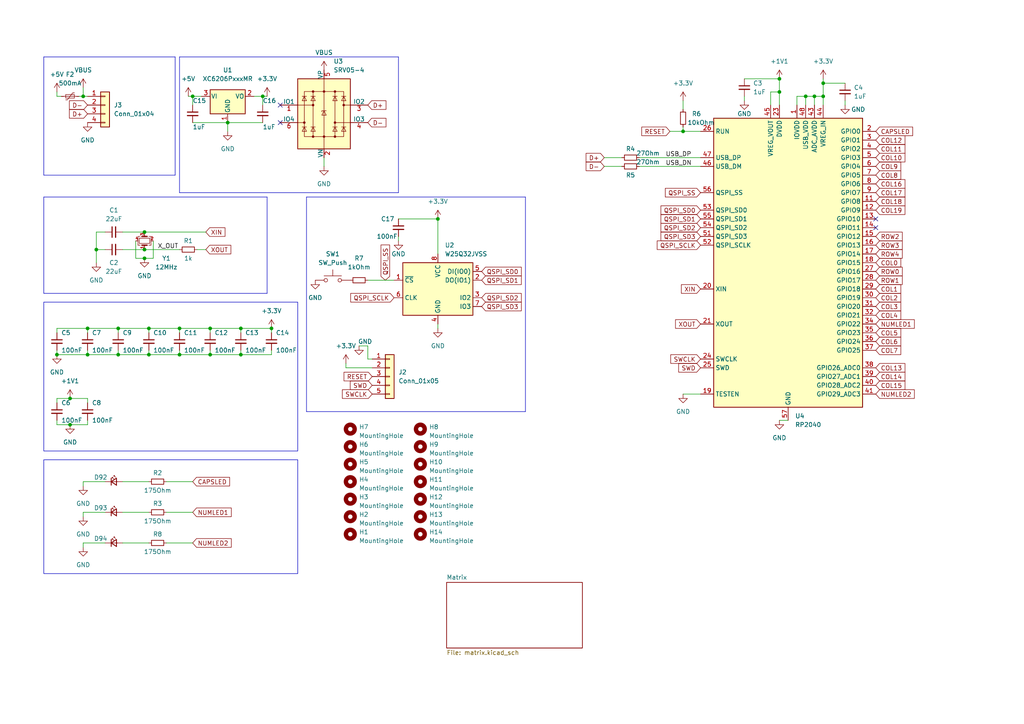
<source format=kicad_sch>
(kicad_sch (version 20230121) (generator eeschema)
  (paper "A4")
  (lib_symbols
    (symbol "Connector_Generic:Conn_01x04" (pin_names (offset 1.016) hide)
      (property "Reference" "J" (at 0 5.08 0))
      (property "Value" "Conn_01x04" (at 0 -7.62 0))
      (symbol "Conn_01x04_1_1"
        (rectangle (start -1.27 -4.953) (end 0 -5.207) (stroke (width 0.1524)))
        (rectangle (start -1.27 -2.413) (end 0 -2.667) (stroke (width 0.1524)))
        (rectangle (start -1.27 0.127) (end 0 -0.127) (stroke (width 0.1524)))
        (rectangle (start -1.27 2.667) (end 0 2.413) (stroke (width 0.1524)))
        (rectangle (start -1.27 3.81) (end 1.27 -6.35) (stroke (width 0.254)) (fill (type background)))
        (pin passive line (at -5.08 2.54 0) (length 3.81) (name "Pin_1") (number "1"))
        (pin passive line (at -5.08 0 0) (length 3.81) (name "Pin_2") (number "2"))
        (pin passive line (at -5.08 -2.54 0) (length 3.81) (name "Pin_3") (number "3"))
        (pin passive line (at -5.08 -5.08 0) (length 3.81) (name "Pin_4") (number "4"))
      )
    )
    (symbol "Connector_Generic:Conn_01x05" (pin_names (offset 1.016) hide)
      (property "Reference" "J" (at 0 7.62 0))
      (property "Value" "Conn_01x05" (at 0 -7.62 0))
      (symbol "Conn_01x05_1_1"
        (rectangle (start -1.27 -4.953) (end 0 -5.207) (stroke (width 0.1524)))
        (rectangle (start -1.27 -2.413) (end 0 -2.667) (stroke (width 0.1524)))
        (rectangle (start -1.27 0.127) (end 0 -0.127) (stroke (width 0.1524)))
        (rectangle (start -1.27 2.667) (end 0 2.413) (stroke (width 0.1524)))
        (rectangle (start -1.27 5.207) (end 0 4.953) (stroke (width 0.1524)))
        (rectangle (start -1.27 6.35) (end 1.27 -6.35) (stroke (width 0.254)) (fill (type background)))
        (pin passive line (at -5.08 5.08 0) (length 3.81) (name "Pin_1") (number "1"))
        (pin passive line (at -5.08 2.54 0) (length 3.81) (name "Pin_2") (number "2"))
        (pin passive line (at -5.08 0 0) (length 3.81) (name "Pin_3") (number "3"))
        (pin passive line (at -5.08 -2.54 0) (length 3.81) (name "Pin_4") (number "4"))
        (pin passive line (at -5.08 -5.08 0) (length 3.81) (name "Pin_5") (number "5"))
      )
    )
    (symbol "Device:C_Small" (pin_numbers hide) (pin_names (offset 0.254) hide)
      (property "Reference" "C" (at 0.254 1.778 0))
      (property "Value" "C_Small" (at 0.254 -2.032 0))
      (symbol "C_Small_0_1"
        (polyline (pts (xy -1.524 -0.508) (xy 1.524 -0.508)) (stroke (width 0.3302)))
        (polyline (pts (xy -1.524 0.508) (xy 1.524 0.508)) (stroke (width 0.3048)))
      )
      (symbol "C_Small_1_1"
        (pin passive line (at 0 2.54 270) (length 2.032) (name "~") (number "1"))
        (pin passive line (at 0 -2.54 90) (length 2.032) (name "~") (number "2"))
      )
    )
    (symbol "Device:Crystal_GND24_Small" (pin_names (offset 1.016) hide)
      (property "Reference" "Y" (at 1.27 4.445 0))
      (property "Value" "Crystal_GND24_Small" (at 1.27 2.54 0))
      (symbol "Crystal_GND24_Small_0_1"
        (rectangle (start -0.762 -1.524) (end 0.762 1.524))
        (polyline (pts (xy -1.27 -0.762) (xy -1.27 0.762)) (stroke (width 0.381)))
        (polyline (pts (xy 1.27 -0.762) (xy 1.27 0.762)) (stroke (width 0.381)))
        (polyline (pts (xy -1.27 -1.27) (xy -1.27 -1.905) (xy 1.27 -1.905) (xy 1.27 -1.27)))
        (polyline (pts (xy -1.27 1.27) (xy -1.27 1.905) (xy 1.27 1.905) (xy 1.27 1.27)))
      )
      (symbol "Crystal_GND24_Small_1_1"
        (pin passive line (at -2.54 0 0) (length 1.27) (name "1") (number "1"))
        (pin passive line (at 0 -2.54 90) (length 0.635) (name "2") (number "2"))
        (pin passive line (at 2.54 0 180) (length 1.27) (name "3") (number "3"))
        (pin passive line (at 0 2.54 270) (length 0.635) (name "4") (number "4"))
      )
    )
    (symbol "Device:Polyfuse_Small" (pin_numbers hide) (pin_names (offset 0))
      (property "Reference" "F" (at -1.905 0 90))
      (property "Value" "Polyfuse_Small" (at 1.905 0 90))
      (symbol "Polyfuse_Small_0_1"
        (rectangle (start -0.508 1.27) (end 0.508 -1.27))
        (polyline (pts (xy 0 2.54) (xy 0 -2.54)))
        (polyline (pts (xy -1.016 1.27) (xy -1.016 0.762) (xy 1.016 -0.762) (xy 1.016 -1.27)))
      )
      (symbol "Polyfuse_Small_1_1"
        (pin passive line (at 0 2.54 270) (length 0.635) (name "~") (number "1"))
        (pin passive line (at 0 -2.54 90) (length 0.635) (name "~") (number "2"))
      )
    )
    (symbol "Device:R_Small" (pin_numbers hide) (pin_names (offset 0.254) hide)
      (property "Reference" "R" (at 0.762 0.508 0))
      (property "Value" "R_Small" (at 0.762 -1.016 0))
      (symbol "R_Small_0_1"
        (rectangle (start -0.762 1.778) (end 0.762 -1.778) (stroke (width 0.2032)))
      )
      (symbol "R_Small_1_1"
        (pin passive line (at 0 2.54 270) (length 0.762) (name "~") (number "1"))
        (pin passive line (at 0 -2.54 90) (length 0.762) (name "~") (number "2"))
      )
    )
    (symbol "MCU_RaspberryPi:RP2040"
      (property "Reference" "U" (at 17.78 45.72 0))
      (property "Value" "RP2040" (at 17.78 43.18 0))
      (symbol "RP2040_0_1"
        (rectangle (start -21.59 41.91) (end 21.59 -41.91) (stroke (width 0.254)) (fill (type background)))
      )
      (symbol "RP2040_1_1"
        (pin power_in line (at 2.54 45.72 270) (length 3.81) (name "IOVDD") (number "1"))
        (pin passive line (at 2.54 45.72 270) (length 3.81) hide (name "IOVDD") (number "10"))
        (pin bidirectional line (at 25.4 17.78 180) (length 3.81) (name "GPIO8") (number "11"))
        (pin bidirectional line (at 25.4 15.24 180) (length 3.81) (name "GPIO9") (number "12"))
        (pin bidirectional line (at 25.4 12.7 180) (length 3.81) (name "GPIO10") (number "13"))
        (pin bidirectional line (at 25.4 10.16 180) (length 3.81) (name "GPIO11") (number "14"))
        (pin bidirectional line (at 25.4 7.62 180) (length 3.81) (name "GPIO12") (number "15"))
        (pin bidirectional line (at 25.4 5.08 180) (length 3.81) (name "GPIO13") (number "16"))
        (pin bidirectional line (at 25.4 2.54 180) (length 3.81) (name "GPIO14") (number "17"))
        (pin bidirectional line (at 25.4 0 180) (length 3.81) (name "GPIO15") (number "18"))
        (pin input line (at -25.4 -38.1 0) (length 3.81) (name "TESTEN") (number "19"))
        (pin bidirectional line (at 25.4 38.1 180) (length 3.81) (name "GPIO0") (number "2"))
        (pin input line (at -25.4 -7.62 0) (length 3.81) (name "XIN") (number "20"))
        (pin passive line (at -25.4 -17.78 0) (length 3.81) (name "XOUT") (number "21"))
        (pin passive line (at 2.54 45.72 270) (length 3.81) hide (name "IOVDD") (number "22"))
        (pin power_in line (at -2.54 45.72 270) (length 3.81) (name "DVDD") (number "23"))
        (pin output line (at -25.4 -27.94 0) (length 3.81) (name "SWCLK") (number "24"))
        (pin bidirectional line (at -25.4 -30.48 0) (length 3.81) (name "SWD") (number "25"))
        (pin input line (at -25.4 38.1 0) (length 3.81) (name "RUN") (number "26"))
        (pin bidirectional line (at 25.4 -2.54 180) (length 3.81) (name "GPIO16") (number "27"))
        (pin bidirectional line (at 25.4 -5.08 180) (length 3.81) (name "GPIO17") (number "28"))
        (pin bidirectional line (at 25.4 -7.62 180) (length 3.81) (name "GPIO18") (number "29"))
        (pin bidirectional line (at 25.4 35.56 180) (length 3.81) (name "GPIO1") (number "3"))
        (pin bidirectional line (at 25.4 -10.16 180) (length 3.81) (name "GPIO19") (number "30"))
        (pin bidirectional line (at 25.4 -12.7 180) (length 3.81) (name "GPIO20") (number "31"))
        (pin bidirectional line (at 25.4 -15.24 180) (length 3.81) (name "GPIO21") (number "32"))
        (pin passive line (at 2.54 45.72 270) (length 3.81) hide (name "IOVDD") (number "33"))
        (pin bidirectional line (at 25.4 -17.78 180) (length 3.81) (name "GPIO22") (number "34"))
        (pin bidirectional line (at 25.4 -20.32 180) (length 3.81) (name "GPIO23") (number "35"))
        (pin bidirectional line (at 25.4 -22.86 180) (length 3.81) (name "GPIO24") (number "36"))
        (pin bidirectional line (at 25.4 -25.4 180) (length 3.81) (name "GPIO25") (number "37"))
        (pin bidirectional line (at 25.4 -30.48 180) (length 3.81) (name "GPIO26_ADC0") (number "38"))
        (pin bidirectional line (at 25.4 -33.02 180) (length 3.81) (name "GPIO27_ADC1") (number "39"))
        (pin bidirectional line (at 25.4 33.02 180) (length 3.81) (name "GPIO2") (number "4"))
        (pin bidirectional line (at 25.4 -35.56 180) (length 3.81) (name "GPIO28_ADC2") (number "40"))
        (pin bidirectional line (at 25.4 -38.1 180) (length 3.81) (name "GPIO29_ADC3") (number "41"))
        (pin passive line (at 2.54 45.72 270) (length 3.81) hide (name "IOVDD") (number "42"))
        (pin power_in line (at 7.62 45.72 270) (length 3.81) (name "ADC_AVDD") (number "43"))
        (pin power_in line (at 10.16 45.72 270) (length 3.81) (name "VREG_IN") (number "44"))
        (pin power_out line (at -5.08 45.72 270) (length 3.81) (name "VREG_VOUT") (number "45"))
        (pin bidirectional line (at -25.4 27.94 0) (length 3.81) (name "USB_DM") (number "46"))
        (pin bidirectional line (at -25.4 30.48 0) (length 3.81) (name "USB_DP") (number "47"))
        (pin power_in line (at 5.08 45.72 270) (length 3.81) (name "USB_VDD") (number "48"))
        (pin passive line (at 2.54 45.72 270) (length 3.81) hide (name "IOVDD") (number "49"))
        (pin bidirectional line (at 25.4 30.48 180) (length 3.81) (name "GPIO3") (number "5"))
        (pin passive line (at -2.54 45.72 270) (length 3.81) hide (name "DVDD") (number "50"))
        (pin bidirectional line (at -25.4 7.62 0) (length 3.81) (name "QSPI_SD3") (number "51"))
        (pin output line (at -25.4 5.08 0) (length 3.81) (name "QSPI_SCLK") (number "52"))
        (pin bidirectional line (at -25.4 15.24 0) (length 3.81) (name "QSPI_SD0") (number "53"))
        (pin bidirectional line (at -25.4 10.16 0) (length 3.81) (name "QSPI_SD2") (number "54"))
        (pin bidirectional line (at -25.4 12.7 0) (length 3.81) (name "QSPI_SD1") (number "55"))
        (pin bidirectional line (at -25.4 20.32 0) (length 3.81) (name "QSPI_SS") (number "56"))
        (pin power_in line (at 0 -45.72 90) (length 3.81) (name "GND") (number "57"))
        (pin bidirectional line (at 25.4 27.94 180) (length 3.81) (name "GPIO4") (number "6"))
        (pin bidirectional line (at 25.4 25.4 180) (length 3.81) (name "GPIO5") (number "7"))
        (pin bidirectional line (at 25.4 22.86 180) (length 3.81) (name "GPIO6") (number "8"))
        (pin bidirectional line (at 25.4 20.32 180) (length 3.81) (name "GPIO7") (number "9"))
      )
    )
    (symbol "Mechanical:MountingHole" (pin_names (offset 1.016))
      (property "Reference" "H" (at 0 5.08 0))
      (property "Value" "MountingHole" (at 0 3.175 0))
      (symbol "MountingHole_0_1"
        (circle (center 0 0) (radius 1.27) (stroke (width 1.27)))
      )
    )
    (symbol "Memory_Flash:W25Q32JVSS"
      (property "Reference" "U" (at -8.89 8.89 0))
      (property "Value" "W25Q32JVSS" (at 7.62 8.89 0))
      (symbol "W25Q32JVSS_0_1"
        (rectangle (start -10.16 7.62) (end 10.16 -7.62) (stroke (width 0.254)) (fill (type background)))
      )
      (symbol "W25Q32JVSS_1_1"
        (pin input line (at -12.7 2.54 0) (length 2.54) (name "~{CS}") (number "1"))
        (pin bidirectional line (at 12.7 2.54 180) (length 2.54) (name "DO(IO1)") (number "2"))
        (pin bidirectional line (at 12.7 -2.54 180) (length 2.54) (name "IO2") (number "3"))
        (pin power_in line (at 0 -10.16 90) (length 2.54) (name "GND") (number "4"))
        (pin bidirectional line (at 12.7 5.08 180) (length 2.54) (name "DI(IO0)") (number "5"))
        (pin input line (at -12.7 -2.54 0) (length 2.54) (name "CLK") (number "6"))
        (pin bidirectional line (at 12.7 -5.08 180) (length 2.54) (name "IO3") (number "7"))
        (pin power_in line (at 0 10.16 270) (length 2.54) (name "VCC") (number "8"))
      )
    )
    (symbol "Personalised:EverlightSMD,1.3x3.2" (pin_numbers hide) (pin_names (offset 0.254) hide)
      (property "Reference" "D92" (at -3.81 1.27 0))
      (symbol "EverlightSMD,1.3x3.2_0_1"
        (polyline (pts (xy -0.762 -1.016) (xy -0.762 1.016)) (stroke (width 0.254)))
        (polyline (pts (xy 1.016 0) (xy -0.762 0)))
        (polyline (pts (xy 0.762 -1.016) (xy -0.762 0) (xy 0.762 1.016) (xy 0.762 -1.016)) (stroke (width 0.254)))
        (polyline (pts (xy 0 0.762) (xy -0.508 1.27) (xy -0.254 1.27) (xy -0.508 1.27) (xy -0.508 1.016)))
        (polyline (pts (xy 0.508 1.27) (xy 0 1.778) (xy 0.254 1.778) (xy 0 1.778) (xy 0 1.524)))
      )
      (symbol "EverlightSMD,1.3x3.2_1_1"
        (pin passive line (at 2.54 0 180) (length 1.778) (name "A") (number "1"))
        (pin passive line (at -2.54 0 0) (length 1.778) (name "K") (number "2"))
      )
    )
    (symbol "Regulator_Linear:XC6206PxxxMR" (pin_names (offset 0.254))
      (property "Reference" "U" (at -3.81 3.175 0))
      (property "Value" "XC6206PxxxMR" (at 0 3.175 0))
      (symbol "XC6206PxxxMR_0_1"
        (rectangle (start -5.08 1.905) (end 5.08 -5.08) (stroke (width 0.254)) (fill (type background)))
      )
      (symbol "XC6206PxxxMR_1_1"
        (pin power_in line (at 0 -7.62 90) (length 2.54) (name "GND") (number "1"))
        (pin power_out line (at 7.62 0 180) (length 2.54) (name "VO") (number "2"))
        (pin power_in line (at -7.62 0 0) (length 2.54) (name "VI") (number "3"))
      )
    )
    (symbol "Switch:SW_Push" (pin_numbers hide) (pin_names (offset 1.016) hide)
      (property "Reference" "SW" (at 1.27 2.54 0))
      (property "Value" "SW_Push" (at 0 -1.524 0))
      (symbol "SW_Push_0_1"
        (circle (center -2.032 0) (radius 0.508))
        (polyline (pts (xy 0 1.27) (xy 0 3.048)))
        (polyline (pts (xy 2.54 1.27) (xy -2.54 1.27)))
        (circle (center 2.032 0) (radius 0.508))
        (pin passive line (at -5.08 0 0) (length 2.54) (name "1") (number "1"))
        (pin passive line (at 5.08 0 180) (length 2.54) (name "2") (number "2"))
      )
    )
    (symbol "marbastlib-various:SRV05-4" (pin_names (offset 0))
      (property "Reference" "U" (at -5.08 11.43 0))
      (property "Value" "SRV05-4" (at 2.54 11.43 0))
      (symbol "SRV05-4_0_0"
        (rectangle (start -5.715 6.477) (end 5.715 -6.604))
        (polyline (pts (xy -3.175 -6.604) (xy -3.175 6.477)))
        (polyline (pts (xy 3.175 6.477) (xy 3.175 -6.604)))
      )
      (symbol "SRV05-4_0_1"
        (rectangle (start -7.62 10.16) (end 7.62 -10.16) (stroke (width 0.254)) (fill (type background)))
        (circle (center -5.715 -2.54) (radius 0.2794) (fill (type outline)))
        (circle (center -3.175 -6.604) (radius 0.2794) (fill (type outline)))
        (circle (center -3.175 2.54) (radius 0.2794) (fill (type outline)))
        (circle (center -3.175 6.477) (radius 0.2794) (fill (type outline)))
        (circle (center 0 -6.604) (radius 0.2794) (fill (type outline)))
        (polyline (pts (xy -7.747 2.54) (xy -3.175 2.54)))
        (polyline (pts (xy -7.62 -2.54) (xy -5.715 -2.54)))
        (polyline (pts (xy -5.08 -3.81) (xy -6.35 -3.81)))
        (polyline (pts (xy -5.08 5.08) (xy -6.35 5.08)))
        (polyline (pts (xy -2.54 -3.81) (xy -3.81 -3.81)))
        (polyline (pts (xy -2.54 5.08) (xy -3.81 5.08)))
        (polyline (pts (xy 0 10.16) (xy 0 -10.16)))
        (polyline (pts (xy 3.81 -3.81) (xy 2.54 -3.81)))
        (polyline (pts (xy 3.81 5.08) (xy 2.54 5.08)))
        (polyline (pts (xy 6.35 -3.81) (xy 5.08 -3.81)))
        (polyline (pts (xy 6.35 5.08) (xy 5.08 5.08)))
        (polyline (pts (xy 7.62 -2.54) (xy 3.175 -2.54)))
        (polyline (pts (xy 7.62 2.54) (xy 5.715 2.54)))
        (polyline (pts (xy 0.635 0.889) (xy -0.635 0.889) (xy -0.635 0.635)))
        (polyline (pts (xy -5.08 -5.08) (xy -6.35 -5.08) (xy -5.715 -3.81) (xy -5.08 -5.08)))
        (polyline (pts (xy -5.08 3.81) (xy -6.35 3.81) (xy -5.715 5.08) (xy -5.08 3.81)))
        (polyline (pts (xy -2.54 -5.08) (xy -3.81 -5.08) (xy -3.175 -3.81) (xy -2.54 -5.08)))
        (polyline (pts (xy -2.54 3.81) (xy -3.81 3.81) (xy -3.175 5.08) (xy -2.54 3.81)))
        (polyline (pts (xy 0.635 -0.381) (xy -0.635 -0.381) (xy 0 0.889) (xy 0.635 -0.381)))
        (polyline (pts (xy 3.81 -5.08) (xy 2.54 -5.08) (xy 3.175 -3.81) (xy 3.81 -5.08)))
        (polyline (pts (xy 3.81 3.81) (xy 2.54 3.81) (xy 3.175 5.08) (xy 3.81 3.81)))
        (polyline (pts (xy 6.35 -5.08) (xy 5.08 -5.08) (xy 5.715 -3.81) (xy 6.35 -5.08)))
        (polyline (pts (xy 6.35 3.81) (xy 5.08 3.81) (xy 5.715 5.08) (xy 6.35 3.81)))
        (circle (center 0 6.477) (radius 0.2794) (fill (type outline)))
        (circle (center 3.175 -6.604) (radius 0.2794) (fill (type outline)))
        (circle (center 3.175 -2.54) (radius 0.2794) (fill (type outline)))
        (circle (center 3.175 6.477) (radius 0.2794) (fill (type outline)))
        (circle (center 5.715 2.54) (radius 0.2794) (fill (type outline)))
      )
      (symbol "SRV05-4_1_1"
        (pin passive line (at -12.7 2.54 0) (length 5.08) (name "IO1") (number "1"))
        (pin passive line (at 0 -12.7 90) (length 2.54) (name "VN") (number "2"))
        (pin passive line (at 12.7 2.54 180) (length 5.08) (name "IO2") (number "3"))
        (pin passive line (at 12.7 -2.54 180) (length 5.08) (name "IO3") (number "4"))
        (pin passive line (at 0 12.7 270) (length 2.54) (name "VP") (number "5"))
        (pin passive line (at -12.7 -2.54 0) (length 5.08) (name "IO4") (number "6"))
      )
    )
    (symbol "power:+1V1" (power) (pin_names (offset 0))
      (property "Value" "+1V1" (at 0 3.556 0))
      (symbol "+1V1_0_1"
        (polyline (pts (xy -0.762 1.27) (xy 0 2.54)))
        (polyline (pts (xy 0 0) (xy 0 2.54)))
        (polyline (pts (xy 0 2.54) (xy 0.762 1.27)))
      )
      (symbol "+1V1_1_1"
        (pin power_in line (at 0 0 90) (length 0) hide (name "+1V1") (number "1"))
      )
    )
    (symbol "power:+3.3V" (power) (pin_names (offset 0))
      (property "Value" "+3.3V" (at 0 3.556 0))
      (symbol "+3.3V_0_1"
        (polyline (pts (xy -0.762 1.27) (xy 0 2.54)))
        (polyline (pts (xy 0 0) (xy 0 2.54)))
        (polyline (pts (xy 0 2.54) (xy 0.762 1.27)))
      )
      (symbol "+3.3V_1_1"
        (pin power_in line (at 0 0 90) (length 0) hide (name "+3.3V") (number "1"))
      )
    )
    (symbol "power:+5V" (power) (pin_names (offset 0))
      (property "Value" "+5V" (at 0 3.556 0))
      (symbol "+5V_0_1"
        (polyline (pts (xy -0.762 1.27) (xy 0 2.54)))
        (polyline (pts (xy 0 0) (xy 0 2.54)))
        (polyline (pts (xy 0 2.54) (xy 0.762 1.27)))
      )
      (symbol "+5V_1_1"
        (pin power_in line (at 0 0 90) (length 0) hide (name "+5V") (number "1"))
      )
    )
    (symbol "power:GND" (power) (pin_names (offset 0))
      (property "Value" "GND" (at 0 -3.81 0))
      (symbol "GND_0_1"
        (polyline (pts (xy 0 0) (xy 0 -1.27) (xy 1.27 -1.27) (xy 0 -2.54) (xy -1.27 -1.27) (xy 0 -1.27)))
      )
      (symbol "GND_1_1"
        (pin power_in line (at 0 0 270) (length 0) hide (name "GND") (number "1"))
      )
    )
    (symbol "power:VBUS" (power) (pin_names (offset 0))
      (property "Value" "VBUS" (at 0 3.81 0))
      (symbol "VBUS_0_1"
        (polyline (pts (xy -0.762 1.27) (xy 0 2.54)))
        (polyline (pts (xy 0 0) (xy 0 2.54)))
        (polyline (pts (xy 0 2.54) (xy 0.762 1.27)))
      )
      (symbol "VBUS_1_1"
        (pin power_in line (at 0 0 90) (length 0) hide (name "VBUS") (number "1"))
      )
    )
  )
  (junction (at 41.91 67.31))
  (junction (at 233.68 27.94))
  (junction (at 69.85 95.25))
  (junction (at 236.22 27.94))
  (junction (at 20.32 123.19))
  (junction (at 69.85 102.87))
  (junction (at 34.29 95.25))
  (junction (at 43.18 102.87))
  (junction (at 16.51 102.87))
  (junction (at 127 63.5))
  (junction (at 27.94 72.39))
  (junction (at 43.18 95.25))
  (junction (at 78.74 95.25))
  (junction (at 226.06 22.86))
  (junction (at 41.91 72.39))
  (junction (at 52.07 102.87))
  (junction (at 41.91 74.93))
  (junction (at 60.96 95.25))
  (junction (at 198.12 38.1))
  (junction (at 34.29 102.87))
  (junction (at 226.06 26.67))
  (junction (at 25.4 95.25))
  (junction (at 76.2 27.94))
  (junction (at 60.96 102.87))
  (junction (at 66.04 35.56))
  (junction (at 52.07 95.25))
  (junction (at 25.4 102.87))
  (junction (at 24.13 27.94))
  (junction (at 55.88 27.94))
  (junction (at 238.76 24.13))
  (junction (at 238.76 27.94))
  (junction (at 20.32 115.57))
  (no_connect (at 254 66.04))
  (no_connect (at 254 63.5))
  (no_connect (at 81.28 35.56))
  (no_connect (at 81.28 30.48))
  (wire (pts (xy 60.96 101.6) (xy 60.96 102.87)))
  (polyline (pts (xy 50.8 16.51) (xy 12.7 16.51)))
  (wire (pts (xy 78.74 102.87) (xy 78.74 101.6)))
  (wire (pts (xy 16.51 102.87) (xy 25.4 102.87)))
  (wire (pts (xy 55.88 27.94) (xy 55.88 30.48)))
  (wire (pts (xy 127 63.5) (xy 127 73.66)))
  (wire (pts (xy 185.42 45.72) (xy 203.2 45.72)))
  (wire (pts (xy 226.06 22.86) (xy 226.06 26.67)))
  (wire (pts (xy 44.45 74.93) (xy 41.91 74.93)))
  (wire (pts (xy 25.4 95.25) (xy 34.29 95.25)))
  (wire (pts (xy 238.76 27.94) (xy 236.22 27.94)))
  (wire (pts (xy 127 93.98) (xy 127 95.25)))
  (wire (pts (xy 25.4 123.19) (xy 25.4 121.92)))
  (wire (pts (xy 41.91 72.39) (xy 52.07 72.39)))
  (wire (pts (xy 245.11 24.13) (xy 238.76 24.13)))
  (wire (pts (xy 194.31 38.1) (xy 198.12 38.1)))
  (wire (pts (xy 35.56 67.31) (xy 41.91 67.31)))
  (wire (pts (xy 24.13 158.75) (xy 24.13 157.48)))
  (wire (pts (xy 27.94 72.39) (xy 30.48 72.39)))
  (wire (pts (xy 44.45 69.85) (xy 44.45 74.93)))
  (polyline (pts (xy 88.9 119.38) (xy 152.4 119.38)))
  (wire (pts (xy 54.61 27.94) (xy 55.88 27.94)))
  (wire (pts (xy 16.51 115.57) (xy 16.51 116.84)))
  (wire (pts (xy 60.96 95.25) (xy 69.85 95.25)))
  (wire (pts (xy 60.96 95.25) (xy 60.96 96.52)))
  (wire (pts (xy 16.51 102.87) (xy 16.51 101.6)))
  (wire (pts (xy 25.4 115.57) (xy 25.4 116.84)))
  (wire (pts (xy 20.32 115.57) (xy 25.4 115.57)))
  (wire (pts (xy 106.68 100.33) (xy 104.14 100.33)))
  (wire (pts (xy 233.68 27.94) (xy 233.68 30.48)))
  (wire (pts (xy 106.68 81.28) (xy 114.3 81.28)))
  (polyline (pts (xy 50.8 50.8) (xy 50.8 16.51)))
  (wire (pts (xy 43.18 95.25) (xy 52.07 95.25)))
  (wire (pts (xy 215.9 22.86) (xy 226.06 22.86)))
  (wire (pts (xy 215.9 27.94) (xy 215.9 29.21)))
  (wire (pts (xy 34.29 102.87) (xy 34.29 101.6)))
  (wire (pts (xy 115.57 63.5) (xy 127 63.5)))
  (wire (pts (xy 16.51 95.25) (xy 16.51 96.52)))
  (wire (pts (xy 69.85 102.87) (xy 69.85 101.6)))
  (wire (pts (xy 48.26 157.48) (xy 55.88 157.48)))
  (wire (pts (xy 106.68 104.14) (xy 107.95 104.14)))
  (wire (pts (xy 236.22 27.94) (xy 233.68 27.94)))
  (wire (pts (xy 185.42 48.26) (xy 203.2 48.26)))
  (wire (pts (xy 107.95 106.68) (xy 100.33 106.68)))
  (polyline (pts (xy 12.7 85.09) (xy 77.47 85.09)))
  (wire (pts (xy 76.2 27.94) (xy 77.47 27.94)))
  (polyline (pts (xy 115.57 16.51) (xy 115.57 55.88)))
  (wire (pts (xy 175.26 45.72) (xy 180.34 45.72)))
  (wire (pts (xy 39.37 74.93) (xy 41.91 74.93)))
  (wire (pts (xy 27.94 67.31) (xy 27.94 72.39)))
  (wire (pts (xy 73.66 27.94) (xy 76.2 27.94)))
  (wire (pts (xy 52.07 102.87) (xy 60.96 102.87)))
  (polyline (pts (xy 77.47 57.15) (xy 12.7 57.15)))
  (wire (pts (xy 20.32 115.57) (xy 16.51 115.57)))
  (polyline (pts (xy 88.9 57.15) (xy 88.9 119.38)))
  (wire (pts (xy 226.06 121.92) (xy 228.6 121.92)))
  (wire (pts (xy 93.98 45.72) (xy 93.98 48.26)))
  (wire (pts (xy 57.15 72.39) (xy 59.69 72.39)))
  (polyline (pts (xy 12.7 50.8) (xy 50.8 50.8)))
  (wire (pts (xy 66.04 35.56) (xy 76.2 35.56)))
  (wire (pts (xy 78.74 95.25) (xy 78.74 96.52)))
  (wire (pts (xy 24.13 140.97) (xy 24.13 139.7)))
  (wire (pts (xy 24.13 149.86) (xy 24.13 148.59)))
  (wire (pts (xy 20.32 123.19) (xy 25.4 123.19)))
  (wire (pts (xy 245.11 29.21) (xy 245.11 30.48)))
  (wire (pts (xy 35.56 139.7) (xy 43.18 139.7)))
  (wire (pts (xy 66.04 35.56) (xy 66.04 38.1)))
  (wire (pts (xy 100.33 106.68) (xy 100.33 105.41)))
  (wire (pts (xy 231.14 30.48) (xy 231.14 27.94)))
  (wire (pts (xy 34.29 102.87) (xy 43.18 102.87)))
  (wire (pts (xy 34.29 95.25) (xy 43.18 95.25)))
  (wire (pts (xy 43.18 102.87) (xy 43.18 101.6)))
  (wire (pts (xy 115.57 69.85) (xy 115.57 68.58)))
  (wire (pts (xy 226.06 26.67) (xy 226.06 30.48)))
  (wire (pts (xy 238.76 30.48) (xy 238.76 27.94)))
  (wire (pts (xy 16.51 27.94) (xy 17.78 27.94)))
  (polyline (pts (xy 88.9 57.15) (xy 152.4 57.15)))
  (polyline (pts (xy 77.47 57.15) (xy 77.47 85.09)))
  (wire (pts (xy 52.07 95.25) (xy 52.07 96.52)))
  (wire (pts (xy 24.13 25.4) (xy 24.13 27.94)))
  (polyline (pts (xy 12.7 57.15) (xy 12.7 85.09)))
  (wire (pts (xy 25.4 102.87) (xy 34.29 102.87)))
  (wire (pts (xy 238.76 24.13) (xy 238.76 27.94)))
  (wire (pts (xy 27.94 67.31) (xy 30.48 67.31)))
  (wire (pts (xy 27.94 72.39) (xy 27.94 76.2)))
  (wire (pts (xy 25.4 95.25) (xy 25.4 96.52)))
  (wire (pts (xy 76.2 27.94) (xy 76.2 30.48)))
  (wire (pts (xy 223.52 30.48) (xy 223.52 26.67)))
  (wire (pts (xy 69.85 95.25) (xy 78.74 95.25)))
  (wire (pts (xy 55.88 35.56) (xy 66.04 35.56)))
  (wire (pts (xy 69.85 95.25) (xy 69.85 96.52)))
  (wire (pts (xy 34.29 95.25) (xy 34.29 96.52)))
  (wire (pts (xy 16.51 26.67) (xy 16.51 27.94)))
  (wire (pts (xy 198.12 29.21) (xy 198.12 31.75)))
  (wire (pts (xy 25.4 27.94) (xy 24.13 27.94)))
  (wire (pts (xy 231.14 27.94) (xy 233.68 27.94)))
  (wire (pts (xy 16.51 95.25) (xy 25.4 95.25)))
  (wire (pts (xy 35.56 148.59) (xy 43.18 148.59)))
  (wire (pts (xy 52.07 101.6) (xy 52.07 102.87)))
  (wire (pts (xy 198.12 36.83) (xy 198.12 38.1)))
  (wire (pts (xy 16.51 123.19) (xy 20.32 123.19)))
  (wire (pts (xy 175.26 48.26) (xy 180.34 48.26)))
  (wire (pts (xy 60.96 102.87) (xy 69.85 102.87)))
  (wire (pts (xy 198.12 38.1) (xy 203.2 38.1)))
  (wire (pts (xy 24.13 157.48) (xy 30.48 157.48)))
  (wire (pts (xy 16.51 121.92) (xy 16.51 123.19)))
  (wire (pts (xy 24.13 148.59) (xy 30.48 148.59)))
  (wire (pts (xy 24.13 139.7) (xy 30.48 139.7)))
  (wire (pts (xy 52.07 95.25) (xy 60.96 95.25)))
  (wire (pts (xy 43.18 95.25) (xy 43.18 96.52)))
  (wire (pts (xy 48.26 139.7) (xy 55.88 139.7)))
  (polyline (pts (xy 52.07 16.51) (xy 52.07 55.88)))
  (wire (pts (xy 24.13 27.94) (xy 22.86 27.94)))
  (wire (pts (xy 35.56 157.48) (xy 43.18 157.48)))
  (wire (pts (xy 35.56 72.39) (xy 41.91 72.39)))
  (wire (pts (xy 55.88 27.94) (xy 58.42 27.94)))
  (wire (pts (xy 106.68 100.33) (xy 106.68 104.14)))
  (wire (pts (xy 238.76 24.13) (xy 238.76 22.86)))
  (polyline (pts (xy 152.4 119.38) (xy 152.4 57.15)))
  (wire (pts (xy 236.22 30.48) (xy 236.22 27.94)))
  (wire (pts (xy 198.12 114.3) (xy 203.2 114.3)))
  (wire (pts (xy 39.37 69.85) (xy 39.37 74.93)))
  (polyline (pts (xy 12.7 16.51) (xy 12.7 50.8)))
  (wire (pts (xy 223.52 26.67) (xy 226.06 26.67)))
  (wire (pts (xy 69.85 102.87) (xy 78.74 102.87)))
  (wire (pts (xy 25.4 101.6) (xy 25.4 102.87)))
  (polyline (pts (xy 52.07 16.51) (xy 115.57 16.51)))
  (wire (pts (xy 41.91 67.31) (xy 59.69 67.31)))
  (wire (pts (xy 48.26 148.59) (xy 55.88 148.59)))
  (polyline (pts (xy 115.57 55.88) (xy 52.07 55.88)))
  (wire (pts (xy 43.18 102.87) (xy 52.07 102.87)))
  (rectangle (start 12.7 87.63) (end 86.36 130.81))
  (rectangle (start 12.7 133.35) (end 86.36 166.37))
  (label "USB_DP" (at 193.04 45.72 0))
  (label "USB_DN" (at 193.04 48.26 0))
  (label "X_OUT" (at 45.72 72.39 0))
  (global_label "COL10" (shape input) (at 254 45.72 0) (property "Intersheetrefs" "${INTERSHEET_REFS}" (effects hide)))
  (global_label "COL4" (shape input) (at 254 91.44 0) (property "Intersheetrefs" "${INTERSHEET_REFS}" (effects hide)))
  (global_label "ROW2" (shape input) (at 254 68.58 0) (property "Intersheetrefs" "${INTERSHEET_REFS}" (effects hide)))
  (global_label "QSPI_SS" (shape input) (at 203.2 55.88 180) (property "Intersheetrefs" "${INTERSHEET_REFS}" (effects hide)))
  (global_label "QSPI_SD0" (shape input) (at 203.2 60.96 180) (property "Intersheetrefs" "${INTERSHEET_REFS}" (effects hide)))
  (global_label "QSPI_SD1" (shape input) (at 203.2 63.5 180) (property "Intersheetrefs" "${INTERSHEET_REFS}" (effects hide)))
  (global_label "QSPI_SD3" (shape input) (at 203.2 68.58 180) (property "Intersheetrefs" "${INTERSHEET_REFS}" (effects hide)))
  (global_label "CAPSLED" (shape input) (at 254 38.1 0) (property "Intersheetrefs" "${INTERSHEET_REFS}" (effects hide)))
  (global_label "NUMLED1" (shape input) (at 254 93.98 0) (property "Intersheetrefs" "${INTERSHEET_REFS}" (effects hide)))
  (global_label "COL18" (shape input) (at 254 58.42 0) (property "Intersheetrefs" "${INTERSHEET_REFS}" (effects hide)))
  (global_label "COL5" (shape input) (at 254 96.52 0) (property "Intersheetrefs" "${INTERSHEET_REFS}" (effects hide)))
  (global_label "XIN" (shape input) (at 59.69 67.31 0) (property "Intersheetrefs" "${INTERSHEET_REFS}" (effects hide)))
  (global_label "COL2" (shape input) (at 254 86.36 0) (property "Intersheetrefs" "${INTERSHEET_REFS}" (effects hide)))
  (global_label "COL17" (shape input) (at 254 55.88 0) (property "Intersheetrefs" "${INTERSHEET_REFS}" (effects hide)))
  (global_label "QSPI_SD3" (shape input) (at 139.7 88.9 0) (property "Intersheetrefs" "${INTERSHEET_REFS}" (effects hide)))
  (global_label "ROW3" (shape input) (at 254 71.12 0) (property "Intersheetrefs" "${INTERSHEET_REFS}" (effects hide)))
  (global_label "ROW1" (shape input) (at 254 81.28 0) (property "Intersheetrefs" "${INTERSHEET_REFS}" (effects hide)))
  (global_label "D-" (shape input) (at 175.26 48.26 180) (property "Intersheetrefs" "${INTERSHEET_REFS}" (effects hide)))
  (global_label "XIN" (shape input) (at 203.2 83.82 180) (property "Intersheetrefs" "${INTERSHEET_REFS}" (effects hide)))
  (global_label "D+" (shape input) (at 175.26 45.72 180) (property "Intersheetrefs" "${INTERSHEET_REFS}" (effects hide)))
  (global_label "COL14" (shape input) (at 254 109.22 0) (property "Intersheetrefs" "${INTERSHEET_REFS}" (effects hide)))
  (global_label "COL19" (shape input) (at 254 60.96 0) (property "Intersheetrefs" "${INTERSHEET_REFS}" (effects hide)))
  (global_label "D+" (shape input) (at 106.68 30.48 0) (property "Intersheetrefs" "${INTERSHEET_REFS}" (effects hide)))
  (global_label "ROW0" (shape input) (at 254 78.74 0) (property "Intersheetrefs" "${INTERSHEET_REFS}" (effects hide)))
  (global_label "SWD" (shape input) (at 107.95 111.76 180) (property "Intersheetrefs" "${INTERSHEET_REFS}" (effects hide)))
  (global_label "COL3" (shape input) (at 254 88.9 0) (property "Intersheetrefs" "${INTERSHEET_REFS}" (effects hide)))
  (global_label "COL7" (shape input) (at 254 101.6 0) (property "Intersheetrefs" "${INTERSHEET_REFS}" (effects hide)))
  (global_label "QSPI_SD2" (shape input) (at 139.7 86.36 0) (property "Intersheetrefs" "${INTERSHEET_REFS}" (effects hide)))
  (global_label "RESET" (shape input) (at 107.95 109.22 180) (property "Intersheetrefs" "${INTERSHEET_REFS}" (effects hide)))
  (global_label "COL13" (shape input) (at 254 106.68 0) (property "Intersheetrefs" "${INTERSHEET_REFS}" (effects hide)))
  (global_label "SWD" (shape input) (at 203.2 106.68 180) (property "Intersheetrefs" "${INTERSHEET_REFS}" (effects hide)))
  (global_label "COL9" (shape input) (at 254 48.26 0) (property "Intersheetrefs" "${INTERSHEET_REFS}" (effects hide)))
  (global_label "QSPI_SCLK" (shape input) (at 114.3 86.36 180) (property "Intersheetrefs" "${INTERSHEET_REFS}" (effects hide)))
  (global_label "XOUT" (shape input) (at 59.69 72.39 0) (property "Intersheetrefs" "${INTERSHEET_REFS}" (effects hide)))
  (global_label "D-" (shape input) (at 25.4 30.48 180) (property "Intersheetrefs" "${INTERSHEET_REFS}" (effects hide)))
  (global_label "COL1" (shape input) (at 254 83.82 0) (property "Intersheetrefs" "${INTERSHEET_REFS}" (effects hide)))
  (global_label "D-" (shape input) (at 106.68 35.56 0) (property "Intersheetrefs" "${INTERSHEET_REFS}" (effects hide)))
  (global_label "COL15" (shape input) (at 254 111.76 0) (property "Intersheetrefs" "${INTERSHEET_REFS}" (effects hide)))
  (global_label "QSPI_SD0" (shape input) (at 139.7 78.74 0) (property "Intersheetrefs" "${INTERSHEET_REFS}" (effects hide)))
  (global_label "COL11" (shape input) (at 254 43.18 0) (property "Intersheetrefs" "${INTERSHEET_REFS}" (effects hide)))
  (global_label "SWCLK" (shape input) (at 107.95 114.3 180) (property "Intersheetrefs" "${INTERSHEET_REFS}" (effects hide)))
  (global_label "QSPI_SD1" (shape input) (at 139.7 81.28 0) (property "Intersheetrefs" "${INTERSHEET_REFS}" (effects hide)))
  (global_label "COL12" (shape input) (at 254 40.64 0) (property "Intersheetrefs" "${INTERSHEET_REFS}" (effects hide)))
  (global_label "COL8" (shape input) (at 254 50.8 0) (property "Intersheetrefs" "${INTERSHEET_REFS}" (effects hide)))
  (global_label "COL16" (shape input) (at 254 53.34 0) (property "Intersheetrefs" "${INTERSHEET_REFS}" (effects hide)))
  (global_label "QSPI_SCLK" (shape input) (at 203.2 71.12 180) (property "Intersheetrefs" "${INTERSHEET_REFS}" (effects hide)))
  (global_label "NUMLED2" (shape input) (at 254 114.3 0) (property "Intersheetrefs" "${INTERSHEET_REFS}" (effects hide)))
  (global_label "COL0" (shape input) (at 254 76.2 0) (property "Intersheetrefs" "${INTERSHEET_REFS}" (effects hide)))
  (global_label "COL6" (shape input) (at 254 99.06 0) (property "Intersheetrefs" "${INTERSHEET_REFS}" (effects hide)))
  (global_label "NUMLED1" (shape input) (at 55.88 148.59 0) (property "Intersheetrefs" "${INTERSHEET_REFS}" (effects hide)))
  (global_label "RESET" (shape input) (at 194.31 38.1 180) (property "Intersheetrefs" "${INTERSHEET_REFS}" (effects hide)))
  (global_label "QSPI_SS" (shape input) (at 111.76 81.28 90) (property "Intersheetrefs" "${INTERSHEET_REFS}" (effects hide)))
  (global_label "CAPSLED" (shape input) (at 55.88 139.7 0) (property "Intersheetrefs" "${INTERSHEET_REFS}" (effects hide)))
  (global_label "QSPI_SD2" (shape input) (at 203.2 66.04 180) (property "Intersheetrefs" "${INTERSHEET_REFS}" (effects hide)))
  (global_label "D+" (shape input) (at 25.4 33.02 180) (property "Intersheetrefs" "${INTERSHEET_REFS}" (effects hide)))
  (global_label "SWCLK" (shape input) (at 203.2 104.14 180) (property "Intersheetrefs" "${INTERSHEET_REFS}" (effects hide)))
  (global_label "NUMLED2" (shape input) (at 55.88 157.48 0) (property "Intersheetrefs" "${INTERSHEET_REFS}" (effects hide)))
  (global_label "ROW4" (shape input) (at 254 73.66 0) (property "Intersheetrefs" "${INTERSHEET_REFS}" (effects hide)))
  (global_label "XOUT" (shape input) (at 203.2 93.98 180) (property "Intersheetrefs" "${INTERSHEET_REFS}" (effects hide)))
  (symbol (lib_id "Device:C_Small") (at 69.85 99.06 0) (unit 1)
    (property "Reference" "C13" (at 71.12 96.5199 0) (effects (justify left)))
    (property "Value" "100nF" (at 71.12 101.5999 0) (effects (justify left)))
    (property "Footprint" "Capacitor_SMD:C_0402_1005Metric" (effects hide))
    (property "LCSC" "C1525" (effects hide))
  )
  (symbol (lib_id "Device:C_Small") (at 34.29 99.06 0) (unit 1)
    (property "Reference" "C9" (at 35.56 96.5199 0) (effects (justify left)))
    (property "Value" "100nF" (at 35.56 101.5999 0) (effects (justify left)))
    (property "Footprint" "Capacitor_SMD:C_0402_1005Metric" (effects hide))
    (property "LCSC" "C1525" (effects hide))
  )
  (symbol (lib_id "Switch:SW_Push") (at 96.52 81.28 0) (unit 1)
    (property "Reference" "SW1" (at 96.52 73.66 0))
    (property "Value" "SW_Push" (at 96.52 76.2 0))
    (property "Footprint" "Button_Switch_SMD:SW_SPST_TL3342" (effects hide))
  )
  (symbol (lib_id "Device:C_Small") (at 115.57 66.04 0) (unit 1)
    (property "Reference" "C17" (at 110.49 63.5 0) (effects (justify left)))
    (property "Value" "100nF" (at 109.22 68.58 0) (effects (justify left)))
    (property "Footprint" "Capacitor_SMD:C_0402_1005Metric" (effects hide))
    (property "LCSC" "C1525" (effects hide))
  )
  (symbol (lib_id "MCU_RaspberryPi:RP2040") (at 228.6 76.2 0) (unit 1)
    (property "Reference" "U4" (at 230.6194 120.65 0) (effects (justify left)))
    (property "Value" "RP2040" (at 230.6194 123.19 0) (effects (justify left)))
    (property "Footprint" "Sleep-lib:RP2040-QFN-56" (effects hide))
    (property "Datasheet" "https://datasheets.raspberrypi.com/rp2040/rp2040-datasheet.pdf" (effects hide))
  )
  (symbol (lib_id "Connector_Generic:Conn_01x04") (at 30.48 30.48 0) (unit 1)
    (property "Reference" "J3" (at 33.02 30.4799 0) (effects (justify left)))
    (property "Value" "Conn_01x04" (at 33.02 33.0199 0) (effects (justify left)))
    (property "Footprint" "Connector_Molex:Molex_Pico-EZmate_78171-0004_1x04-1MP_P1.20mm_Vertical" (effects hide))
  )
  (symbol (lib_id "marbastlib-various:SRV05-4") (at 93.98 33.02 0) (unit 1)
    (property "Reference" "U3" (at 96.7487 17.78 0) (effects (justify left)))
    (property "Value" "SRV05-4" (at 96.7487 20.32 0) (effects (justify left)))
    (property "Footprint" "marbastlib-various:SOT-23-6-routable" (effects hide))
    (property "Datasheet" "http://www.onsemi.com/pub/Collateral/SRV05-4-D.PDF" (effects hide))
  )
  (symbol (lib_id "Device:C_Small") (at 245.11 26.67 0) (unit 1)
    (property "Reference" "C4" (at 247.65 25.4062 0) (effects (justify left)))
    (property "Value" "1uF" (at 247.65 27.9462 0) (effects (justify left)))
    (property "Footprint" "Capacitor_SMD:C_0402_1005Metric" (effects hide))
  )
  (symbol (lib_id "Mechanical:MountingHole") (at 121.92 139.7 0) (unit 1)
    (property "Reference" "H11" (at 124.46 139.065 0) (effects (justify left)))
    (property "Value" "MountingHole" (at 124.46 141.605 0) (effects (justify left)))
    (property "Footprint" "Personalised:Tadpole Pin" (effects hide))
  )
  (symbol (lib_id "Device:C_Small") (at 33.02 72.39 90) (unit 1)
    (property "Reference" "C2" (at 33.02 76.2 90))
    (property "Value" "22uF" (at 33.02 78.74 90))
    (property "Footprint" "Capacitor_SMD:C_0402_1005Metric" (effects hide))
  )
  (symbol (lib_id "power:GND") (at 24.13 140.97 0) (unit 1)
    (property "Reference" "#PWR01" (effects hide))
    (property "Value" "GND" (at 24.13 146.05 0))
  )
  (symbol (lib_id "Device:R_Small") (at 45.72 139.7 90) (unit 1)
    (property "Reference" "R2" (at 45.72 137.16 90))
    (property "Value" "175Ohm" (at 45.72 142.24 90))
    (property "Footprint" "Resistor_SMD:R_0402_1005Metric" (effects hide))
  )
  (symbol (lib_id "Device:R_Small") (at 45.72 157.48 90) (unit 1)
    (property "Reference" "R8" (at 45.72 154.94 90))
    (property "Value" "175Ohm" (at 45.72 160.02 90))
    (property "Footprint" "Resistor_SMD:R_0402_1005Metric" (effects hide))
  )
  (symbol (lib_id "Device:C_Small") (at 52.07 99.06 0) (unit 1)
    (property "Reference" "C11" (at 53.34 96.5199 0) (effects (justify left)))
    (property "Value" "100nF" (at 53.34 101.5999 0) (effects (justify left)))
    (property "Footprint" "Capacitor_SMD:C_0402_1005Metric" (effects hide))
    (property "LCSC" "C1525" (effects hide))
  )
  (symbol (lib_id "power:GND") (at 127 95.25 0) (unit 1)
    (property "Reference" "#PWR0118" (effects hide))
    (property "Value" "GND" (at 127 100.33 0))
  )
  (symbol (lib_id "power:GND") (at 24.13 158.75 0) (unit 1)
    (property "Reference" "#PWR03" (effects hide))
    (property "Value" "GND" (at 24.13 163.83 0))
  )
  (symbol (lib_id "power:GND") (at 27.94 76.2 0) (unit 1)
    (property "Reference" "#PWR0111" (effects hide))
    (property "Value" "GND" (at 27.94 81.28 0))
  )
  (symbol (lib_id "Device:R_Small") (at 54.61 72.39 90) (unit 1)
    (property "Reference" "R1" (at 54.61 69.85 90))
    (property "Value" "1k" (at 54.61 74.93 90))
    (property "Footprint" "Resistor_SMD:R_0402_1005Metric" (effects hide))
  )
  (symbol (lib_id "Device:Crystal_GND24_Small") (at 41.91 69.85 90) (unit 1)
    (property "Reference" "Y1" (at 48.26 74.93 90))
    (property "Value" "12MHz" (at 48.26 77.47 90))
    (property "Footprint" "Crystal:Crystal_SMD_3225-4Pin_3.2x2.5mm" (effects hide))
  )
  (symbol (lib_id "power:GND") (at 215.9 29.21 0) (unit 1)
    (property "Reference" "#PWR0109" (effects hide))
    (property "Value" "GND" (at 215.9 33.02 0))
  )
  (symbol (lib_id "power:+5V") (at 54.61 27.94 0) (unit 1)
    (property "Reference" "#PWR0117" (effects hide))
    (property "Value" "+5V" (at 54.61 22.86 0))
  )
  (symbol (lib_id "Mechanical:MountingHole") (at 121.92 124.46 0) (unit 1)
    (property "Reference" "H8" (at 124.46 123.825 0) (effects (justify left)))
    (property "Value" "MountingHole" (at 124.46 126.365 0) (effects (justify left)))
    (property "Footprint" "Personalised:Tadpole Pin" (effects hide))
  )
  (symbol (lib_id "Device:C_Small") (at 33.02 67.31 90) (unit 1)
    (property "Reference" "C1" (at 33.0263 60.96 90))
    (property "Value" "22uF" (at 33.0263 63.5 90))
    (property "Footprint" "Capacitor_SMD:C_0402_1005Metric" (effects hide))
  )
  (symbol (lib_id "power:+3.3V") (at 127 63.5 0) (unit 1)
    (property "Reference" "#PWR0130" (effects hide))
    (property "Value" "+3.3V" (at 127 58.42 0))
  )
  (symbol (lib_id "Device:C_Small") (at 60.96 99.06 0) (unit 1)
    (property "Reference" "C12" (at 62.23 96.5199 0) (effects (justify left)))
    (property "Value" "100nF" (at 62.23 101.5999 0) (effects (justify left)))
    (property "Footprint" "Capacitor_SMD:C_0402_1005Metric" (effects hide))
    (property "LCSC" "C1525" (effects hide))
  )
  (symbol (lib_id "Mechanical:MountingHole") (at 101.6 129.54 0) (unit 1)
    (property "Reference" "H6" (at 104.14 128.905 0) (effects (justify left)))
    (property "Value" "MountingHole" (at 104.14 131.445 0) (effects (justify left)))
    (property "Footprint" "Personalised:Tadpole Pin" (effects hide))
  )
  (symbol (lib_id "Device:C_Small") (at 16.51 119.38 0) (unit 1)
    (property "Reference" "C6" (at 17.78 116.8399 0) (effects (justify left)))
    (property "Value" "100nF" (at 17.78 121.9199 0) (effects (justify left)))
    (property "Footprint" "Capacitor_SMD:C_0402_1005Metric" (effects hide))
    (property "LCSC" "C1525" (effects hide))
  )
  (symbol (lib_id "Personalised:EverlightSMD,1.3x3.2") (at 33.02 139.7 0) (unit 1)
    (property "Reference" "D92" (at 29.21 138.43 0))
    (property "Value" "EverlightSMD,1.3x3.2" (effects hide))
    (property "Footprint" "Personalised:EverlightSMD,1.3x3.2" (effects hide))
  )
  (symbol (lib_id "Mechanical:MountingHole") (at 121.92 154.94 0) (unit 1)
    (property "Reference" "H14" (at 124.46 154.305 0) (effects (justify left)))
    (property "Value" "MountingHole" (at 124.46 156.845 0) (effects (justify left)))
    (property "Footprint" "Personalised:Tadpole Pin" (effects hide))
  )
  (symbol (lib_id "power:GND") (at 66.04 38.1 0) (unit 1)
    (property "Reference" "#PWR0119" (effects hide))
    (property "Value" "GND" (at 66.04 43.18 0))
  )
  (symbol (lib_id "Personalised:EverlightSMD,1.3x3.2") (at 33.02 148.59 0) (unit 1)
    (property "Reference" "D93" (at 29.21 147.32 0))
    (property "Value" "EverlightSMD,1.3x3.2" (effects hide))
    (property "Footprint" "Personalised:EverlightSMD,1.3x3.2" (effects hide))
  )
  (symbol (lib_id "Mechanical:MountingHole") (at 121.92 129.54 0) (unit 1)
    (property "Reference" "H9" (at 124.46 128.905 0) (effects (justify left)))
    (property "Value" "MountingHole" (at 124.46 131.445 0) (effects (justify left)))
    (property "Footprint" "Personalised:Tadpole Pin" (effects hide))
  )
  (symbol (lib_id "Device:C_Small") (at 78.74 99.06 0) (unit 1)
    (property "Reference" "C14" (at 80.01 96.5199 0) (effects (justify left)))
    (property "Value" "100nF" (at 80.01 101.5999 0) (effects (justify left)))
    (property "Footprint" "Capacitor_SMD:C_0402_1005Metric" (effects hide))
    (property "LCSC" "C1525" (effects hide))
  )
  (symbol (lib_id "Device:R_Small") (at 182.88 45.72 90) (unit 1)
    (property "Reference" "R4" (at 182.88 43.18 90))
    (property "Value" "27Ohm" (at 187.96 44.45 90))
    (property "Footprint" "Resistor_SMD:R_0402_1005Metric" (effects hide))
  )
  (symbol (lib_id "power:GND") (at 104.14 100.33 0) (unit 1)
    (property "Reference" "#PWR0105" (effects hide))
    (property "Value" "GND" (at 107.95 99.06 0) (effects (justify right)))
  )
  (symbol (lib_id "Device:C_Small") (at 76.2 33.02 0) (unit 1)
    (property "Reference" "C16" (at 76.2 29.21 0) (effects (justify left)))
    (property "Value" "1uF" (at 76.2 36.83 0) (effects (justify left)))
    (property "Footprint" "Capacitor_SMD:C_0402_1005Metric" (effects hide))
  )
  (symbol (lib_id "power:GND") (at 25.4 35.56 0) (unit 1)
    (property "Reference" "#PWR0127" (effects hide))
    (property "Value" "GND" (at 25.4 40.64 0))
  )
  (symbol (lib_id "Device:C_Small") (at 43.18 99.06 0) (unit 1)
    (property "Reference" "C10" (at 44.45 96.5199 0) (effects (justify left)))
    (property "Value" "100nF" (at 44.45 101.5999 0) (effects (justify left)))
    (property "Footprint" "Capacitor_SMD:C_0402_1005Metric" (effects hide))
    (property "LCSC" "C1525" (effects hide))
  )
  (symbol (lib_id "Memory_Flash:W25Q32JVSS") (at 127 83.82 0) (unit 1)
    (property "Reference" "U2" (at 129.0194 71.12 0) (effects (justify left)))
    (property "Value" "W25Q32JVSS" (at 129.0194 73.66 0) (effects (justify left)))
    (property "Footprint" "Personalised:W25Q16FWUXIE" (effects hide))
    (property "Datasheet" "http://www.winbond.com/resource-files/w25q32jv%20revg%2003272018%20plus.pdf" (effects hide))
  )
  (symbol (lib_id "power:GND") (at 16.51 102.87 0) (unit 1)
    (property "Reference" "#PWR0123" (effects hide))
    (property "Value" "GND" (at 16.51 107.95 0))
  )
  (symbol (lib_id "Mechanical:MountingHole") (at 121.92 149.86 0) (unit 1)
    (property "Reference" "H13" (at 124.46 149.225 0) (effects (justify left)))
    (property "Value" "MountingHole" (at 124.46 151.765 0) (effects (justify left)))
    (property "Footprint" "Personalised:Tadpole Pin" (effects hide))
  )
  (symbol (lib_id "power:GND") (at 245.11 30.48 0) (unit 1)
    (property "Reference" "#PWR0108" (effects hide))
    (property "Value" "GND" (at 248.92 31.75 0))
  )
  (symbol (lib_id "Mechanical:MountingHole") (at 121.92 144.78 0) (unit 1)
    (property "Reference" "H12" (at 124.46 144.145 0) (effects (justify left)))
    (property "Value" "MountingHole" (at 124.46 146.685 0) (effects (justify left)))
    (property "Footprint" "Personalised:Tadpole Pin" (effects hide))
  )
  (symbol (lib_id "power:GND") (at 24.13 149.86 0) (unit 1)
    (property "Reference" "#PWR02" (effects hide))
    (property "Value" "GND" (at 24.13 154.94 0))
  )
  (symbol (lib_id "Mechanical:MountingHole") (at 101.6 124.46 0) (unit 1)
    (property "Reference" "H7" (at 104.14 123.825 0) (effects (justify left)))
    (property "Value" "MountingHole" (at 104.14 126.365 0) (effects (justify left)))
    (property "Footprint" "Personalised:Tadpole Pin" (effects hide))
  )
  (symbol (lib_id "power:GND") (at 41.91 74.93 0) (unit 1)
    (property "Reference" "#PWR0112" (effects hide))
    (property "Value" "GND" (at 41.91 80.01 0))
  )
  (symbol (lib_id "power:GND") (at 198.12 114.3 0) (unit 1)
    (property "Reference" "#PWR0107" (effects hide))
    (property "Value" "GND" (at 198.12 119.38 0))
  )
  (symbol (lib_id "Device:R_Small") (at 45.72 148.59 90) (unit 1)
    (property "Reference" "R3" (at 45.72 146.05 90))
    (property "Value" "175Ohm" (at 45.72 151.13 90))
    (property "Footprint" "Resistor_SMD:R_0402_1005Metric" (effects hide))
  )
  (symbol (lib_id "Mechanical:MountingHole") (at 101.6 149.86 0) (unit 1)
    (property "Reference" "H2" (at 104.14 149.225 0) (effects (justify left)))
    (property "Value" "MountingHole" (at 104.14 151.765 0) (effects (justify left)))
    (property "Footprint" "Personalised:Tadpole Pin" (effects hide))
  )
  (symbol (lib_id "Device:R_Small") (at 198.12 34.29 0) (unit 1)
    (property "Reference" "R6" (at 200.66 33.0199 0) (effects (justify left)))
    (property "Value" "10kOhm" (at 199.39 35.56 0) (effects (justify left)))
    (property "Footprint" "Resistor_SMD:R_0402_1005Metric" (effects hide))
  )
  (symbol (lib_id "power:+3.3V") (at 198.12 29.21 0) (unit 1)
    (property "Reference" "#PWR0113" (effects hide))
    (property "Value" "+3.3V" (at 198.12 24.13 0))
  )
  (symbol (lib_id "Mechanical:MountingHole") (at 101.6 144.78 0) (unit 1)
    (property "Reference" "H3" (at 104.14 144.145 0) (effects (justify left)))
    (property "Value" "MountingHole" (at 104.14 146.685 0) (effects (justify left)))
    (property "Footprint" "Personalised:Tadpole Pin" (effects hide))
  )
  (symbol (lib_id "Device:C_Small") (at 16.51 99.06 0) (unit 1)
    (property "Reference" "C5" (at 17.78 96.5199 0) (effects (justify left)))
    (property "Value" "100nF" (at 17.78 101.5999 0) (effects (justify left)))
    (property "Footprint" "Capacitor_SMD:C_0402_1005Metric" (effects hide))
    (property "LCSC" "C52923" (effects hide))
  )
  (symbol (lib_id "Connector_Generic:Conn_01x05") (at 113.03 109.22 0) (unit 1)
    (property "Reference" "J2" (at 115.57 107.9499 0) (effects (justify left)))
    (property "Value" "Conn_01x05" (at 115.57 110.4899 0) (effects (justify left)))
    (property "Footprint" "Connector_PinHeader_2.54mm:PinHeader_1x05_P2.54mm_Vertical" (effects hide))
  )
  (symbol (lib_id "power:+3.3V") (at 78.74 95.25 0) (unit 1)
    (property "Reference" "#PWR0126" (effects hide))
    (property "Value" "+3.3V" (at 78.74 90.17 0))
  )
  (symbol (lib_id "power:+5V") (at 16.51 26.67 0) (unit 1)
    (property "Reference" "#PWR0128" (effects hide))
    (property "Value" "+5V" (at 16.51 21.59 0))
  )
  (symbol (lib_id "Mechanical:MountingHole") (at 101.6 134.62 0) (unit 1)
    (property "Reference" "H5" (at 104.14 133.985 0) (effects (justify left)))
    (property "Value" "MountingHole" (at 104.14 136.525 0) (effects (justify left)))
    (property "Footprint" "Personalised:Tadpole Pin" (effects hide))
  )
  (symbol (lib_id "power:GND") (at 91.44 81.28 0) (unit 1)
    (property "Reference" "#PWR0122" (effects hide))
    (property "Value" "GND" (at 91.44 86.36 0))
  )
  (symbol (lib_id "Device:C_Small") (at 25.4 119.38 0) (unit 1)
    (property "Reference" "C8" (at 26.67 116.8399 0) (effects (justify left)))
    (property "Value" "100nF" (at 26.67 121.9199 0) (effects (justify left)))
    (property "Footprint" "Capacitor_SMD:C_0402_1005Metric" (effects hide))
    (property "LCSC" "C1525" (effects hide))
  )
  (symbol (lib_id "Personalised:EverlightSMD,1.3x3.2") (at 33.02 157.48 0) (unit 1)
    (property "Reference" "D94" (at 29.21 156.21 0))
    (property "Value" "EverlightSMD,1.3x3.2" (effects hide))
    (property "Footprint" "Personalised:EverlightSMD,1.3x3.2" (effects hide))
  )
  (symbol (lib_id "power:GND") (at 115.57 69.85 0) (unit 1)
    (property "Reference" "#PWR04" (effects hide))
    (property "Value" "GND" (at 115.57 73.66 0))
  )
  (symbol (lib_id "power:GND") (at 226.06 121.92 0) (unit 1)
    (property "Reference" "#PWR0106" (effects hide))
    (property "Value" "GND" (at 226.06 127 0))
  )
  (symbol (lib_id "Mechanical:MountingHole") (at 101.6 154.94 0) (unit 1)
    (property "Reference" "H1" (at 104.14 154.305 0) (effects (justify left)))
    (property "Value" "MountingHole" (at 104.14 156.845 0) (effects (justify left)))
    (property "Footprint" "Personalised:Tadpole Pin" (effects hide))
  )
  (symbol (lib_id "Regulator_Linear:XC6206PxxxMR") (at 66.04 27.94 0) (unit 1)
    (property "Reference" "U1" (at 66.04 20.32 0))
    (property "Value" "XC6206PxxxMR" (at 66.04 22.86 0))
    (property "Footprint" "Package_TO_SOT_SMD:SOT-23" (effects hide))
    (property "Datasheet" "https://www.torexsemi.com/file/xc6206/XC6206.pdf" (effects hide))
  )
  (symbol (lib_id "Device:C_Small") (at 25.4 99.06 0) (unit 1)
    (property "Reference" "C7" (at 26.67 96.5199 0) (effects (justify left)))
    (property "Value" "100nF" (at 26.67 101.5999 0) (effects (justify left)))
    (property "Footprint" "Capacitor_SMD:C_0402_1005Metric" (effects hide))
    (property "LCSC" "C1525" (effects hide))
  )
  (symbol (lib_id "power:+1V1") (at 20.32 115.57 0) (unit 1)
    (property "Reference" "#PWR0124" (effects hide))
    (property "Value" "+1V1" (at 20.32 110.49 0))
  )
  (symbol (lib_id "power:+3.3V") (at 238.76 22.86 0) (unit 1)
    (property "Reference" "#PWR0115" (effects hide))
    (property "Value" "+3.3V" (at 238.76 17.78 0))
  )
  (symbol (lib_id "Device:C_Small") (at 215.9 25.4 0) (unit 1)
    (property "Reference" "C3" (at 218.44 24.1362 0) (effects (justify left)))
    (property "Value" "1uF" (at 218.44 26.6762 0) (effects (justify left)))
    (property "Footprint" "Capacitor_SMD:C_0402_1005Metric" (effects hide))
  )
  (symbol (lib_id "power:VBUS") (at 93.98 20.32 0) (unit 1)
    (property "Reference" "#PWR0120" (effects hide))
    (property "Value" "VBUS" (at 93.98 15.24 0))
  )
  (symbol (lib_id "power:VBUS") (at 24.13 25.4 0) (unit 1)
    (property "Reference" "#PWR0129" (effects hide))
    (property "Value" "VBUS" (at 24.13 20.32 0))
  )
  (symbol (lib_id "power:+3.3V") (at 100.33 105.41 0) (unit 1)
    (property "Reference" "#PWR0110" (effects hide))
    (property "Value" "+3.3V" (at 100.33 100.33 0))
  )
  (symbol (lib_id "Device:R_Small") (at 104.14 81.28 270) (unit 1)
    (property "Reference" "R7" (at 104.14 74.93 90))
    (property "Value" "1kOhm" (at 104.14 77.47 90))
    (property "Footprint" "Resistor_SMD:R_0402_1005Metric" (effects hide))
  )
  (symbol (lib_id "Device:Polyfuse_Small") (at 20.32 27.94 90) (unit 1)
    (property "Reference" "F2" (at 20.32 21.59 90))
    (property "Value" "500mA" (at 20.32 24.13 90))
    (property "Footprint" "Fuse:Fuse_1206_3216Metric" (effects hide))
  )
  (symbol (lib_id "Device:C_Small") (at 55.88 33.02 0) (unit 1)
    (property "Reference" "C15" (at 55.88 29.21 0) (effects (justify left)))
    (property "Value" "1uF" (at 55.88 36.83 0) (effects (justify left)))
    (property "Footprint" "Capacitor_SMD:C_0402_1005Metric" (effects hide))
  )
  (symbol (lib_id "power:GND") (at 93.98 48.26 0) (unit 1)
    (property "Reference" "#PWR0121" (effects hide))
    (property "Value" "GND" (at 93.98 53.34 0))
  )
  (symbol (lib_id "Device:R_Small") (at 182.88 48.26 90) (unit 1)
    (property "Reference" "R5" (at 182.88 50.8 90))
    (property "Value" "27Ohm" (at 187.96 46.99 90))
    (property "Footprint" "Resistor_SMD:R_0402_1005Metric" (effects hide))
  )
  (symbol (lib_id "Mechanical:MountingHole") (at 121.92 134.62 0) (unit 1)
    (property "Reference" "H10" (at 124.46 133.985 0) (effects (justify left)))
    (property "Value" "MountingHole" (at 124.46 136.525 0) (effects (justify left)))
    (property "Footprint" "Personalised:Tadpole Pin" (effects hide))
  )
  (symbol (lib_id "power:GND") (at 20.32 123.19 0) (unit 1)
    (property "Reference" "#PWR0125" (effects hide))
    (property "Value" "GND" (at 20.32 128.27 0))
  )
  (symbol (lib_id "Mechanical:MountingHole") (at 101.6 139.7 0) (unit 1)
    (property "Reference" "H4" (at 104.14 139.065 0) (effects (justify left)))
    (property "Value" "MountingHole" (at 104.14 141.605 0) (effects (justify left)))
    (property "Footprint" "Personalised:Tadpole Pin" (effects hide))
  )
  (symbol (lib_id "power:+1V1") (at 226.06 22.86 0) (unit 1)
    (property "Reference" "#PWR0114" (effects hide))
    (property "Value" "+1V1" (at 226.06 17.78 0))
  )
  (symbol (lib_id "power:+3.3V") (at 77.47 27.94 0) (unit 1)
    (property "Reference" "#PWR0116" (effects hide))
    (property "Value" "+3.3V" (at 77.47 22.86 0))
  )
  (sheet (at 129.54 168.91) (size 39.37 19.05) (stroke (width 0.1524))
    (property "Sheetname" "Matrix" (at 129.54 168.1984 0) (effects (justify left bottom)))
    (property "Sheetfile" "matrix.kicad_sch" (at 129.54 188.5446 0) (effects (justify left top)))
  )
)
</source>
